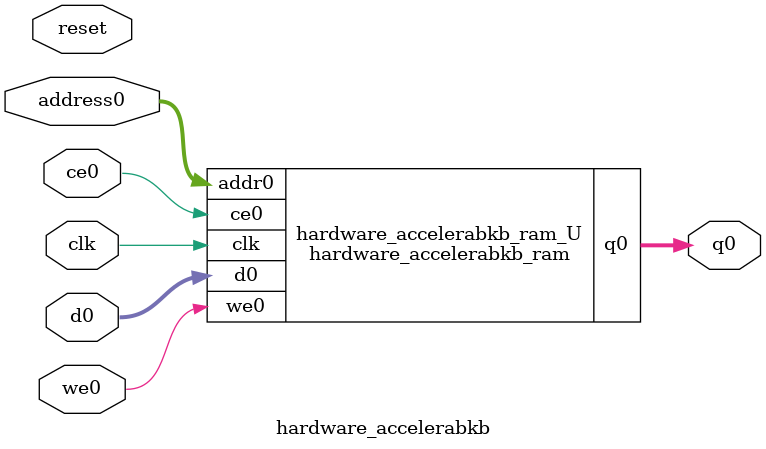
<source format=v>

`timescale 1 ns / 1 ps
module hardware_accelerabkb_ram (addr0, ce0, d0, we0, q0,  clk);

parameter DWIDTH = 32;
parameter AWIDTH = 17;
parameter MEM_SIZE = 78400;

input[AWIDTH-1:0] addr0;
input ce0;
input[DWIDTH-1:0] d0;
input we0;
output reg[DWIDTH-1:0] q0;
input clk;

(* ram_style = "block" *)reg [DWIDTH-1:0] ram[0:MEM_SIZE-1];




always @(posedge clk)  
begin 
    if (ce0) 
    begin
        if (we0) 
        begin 
            ram[addr0] <= d0; 
            q0 <= d0;
        end 
        else 
            q0 <= ram[addr0];
    end
end


endmodule


`timescale 1 ns / 1 ps
module hardware_accelerabkb(
    reset,
    clk,
    address0,
    ce0,
    we0,
    d0,
    q0);

parameter DataWidth = 32'd32;
parameter AddressRange = 32'd78400;
parameter AddressWidth = 32'd17;
input reset;
input clk;
input[AddressWidth - 1:0] address0;
input ce0;
input we0;
input[DataWidth - 1:0] d0;
output[DataWidth - 1:0] q0;



hardware_accelerabkb_ram hardware_accelerabkb_ram_U(
    .clk( clk ),
    .addr0( address0 ),
    .ce0( ce0 ),
    .we0( we0 ),
    .d0( d0 ),
    .q0( q0 ));

endmodule


</source>
